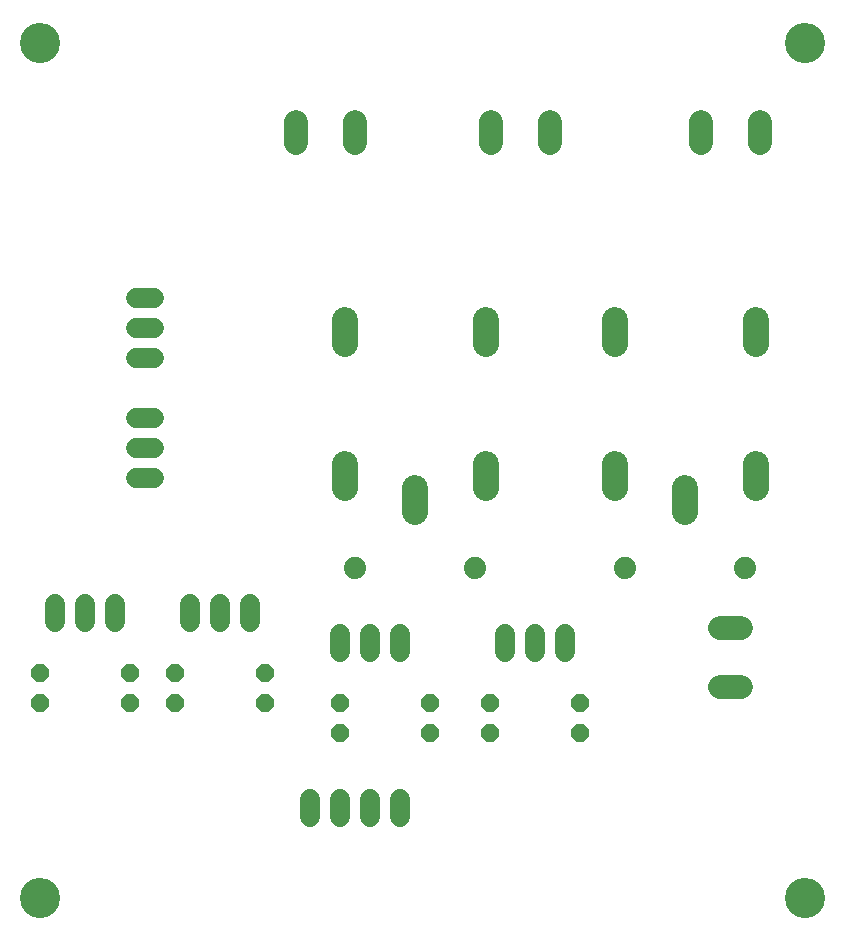
<source format=gbr>
G04 EAGLE Gerber RS-274X export*
G75*
%MOMM*%
%FSLAX34Y34*%
%LPD*%
%INSoldermask Top*%
%IPPOS*%
%AMOC8*
5,1,8,0,0,1.08239X$1,22.5*%
G01*
%ADD10C,3.403200*%
%ADD11C,1.993900*%
%ADD12C,2.184400*%
%ADD13C,1.727200*%
%ADD14P,1.649562X8X202.500000*%
%ADD15C,1.711200*%
%ADD16P,1.649562X8X22.500000*%
%ADD17C,1.879600*%


D10*
X50800Y38100D03*
X698500Y38100D03*
X50800Y762000D03*
X698500Y762000D03*
D11*
X643954Y216300D02*
X626047Y216300D01*
X626047Y266300D02*
X643954Y266300D01*
X660000Y676847D02*
X660000Y694754D01*
X610000Y694754D02*
X610000Y676847D01*
X317100Y676847D02*
X317100Y694754D01*
X267100Y694754D02*
X267100Y676847D01*
D12*
X368300Y384556D02*
X368300Y364744D01*
X427990Y385064D02*
X427990Y404876D01*
X308610Y404876D02*
X308610Y385064D01*
X308610Y506984D02*
X308610Y526796D01*
X427990Y526796D02*
X427990Y506984D01*
X596900Y384556D02*
X596900Y364744D01*
X656590Y385064D02*
X656590Y404876D01*
X537210Y404876D02*
X537210Y385064D01*
X537210Y506984D02*
X537210Y526796D01*
X656590Y526796D02*
X656590Y506984D01*
D11*
X482200Y676847D02*
X482200Y694754D01*
X432200Y694754D02*
X432200Y676847D01*
D13*
X304800Y261620D02*
X304800Y246380D01*
X330200Y246380D02*
X330200Y261620D01*
X355600Y261620D02*
X355600Y246380D01*
X444500Y246380D02*
X444500Y261620D01*
X469900Y261620D02*
X469900Y246380D01*
X495300Y246380D02*
X495300Y261620D01*
D14*
X381000Y203200D03*
X304800Y203200D03*
X508000Y203200D03*
X431800Y203200D03*
D15*
X147240Y546100D02*
X132160Y546100D01*
X132160Y520700D02*
X147240Y520700D01*
X147240Y495300D02*
X132160Y495300D01*
X132160Y444500D02*
X147240Y444500D01*
X147240Y419100D02*
X132160Y419100D01*
X132160Y393700D02*
X147240Y393700D01*
D13*
X177800Y287020D02*
X177800Y271780D01*
X203200Y271780D02*
X203200Y287020D01*
X228600Y287020D02*
X228600Y271780D01*
X63500Y271780D02*
X63500Y287020D01*
X88900Y287020D02*
X88900Y271780D01*
X114300Y271780D02*
X114300Y287020D01*
D14*
X127000Y228600D03*
X50800Y228600D03*
D16*
X165100Y228600D03*
X241300Y228600D03*
D14*
X508000Y177800D03*
X431800Y177800D03*
X381000Y177800D03*
X304800Y177800D03*
D16*
X165100Y203200D03*
X241300Y203200D03*
D14*
X127000Y203200D03*
X50800Y203200D03*
D17*
X317500Y317500D03*
X419100Y317500D03*
X546100Y317500D03*
X647700Y317500D03*
D13*
X355600Y121920D02*
X355600Y106680D01*
X330200Y106680D02*
X330200Y121920D01*
X304800Y121920D02*
X304800Y106680D01*
X279400Y106680D02*
X279400Y121920D01*
M02*

</source>
